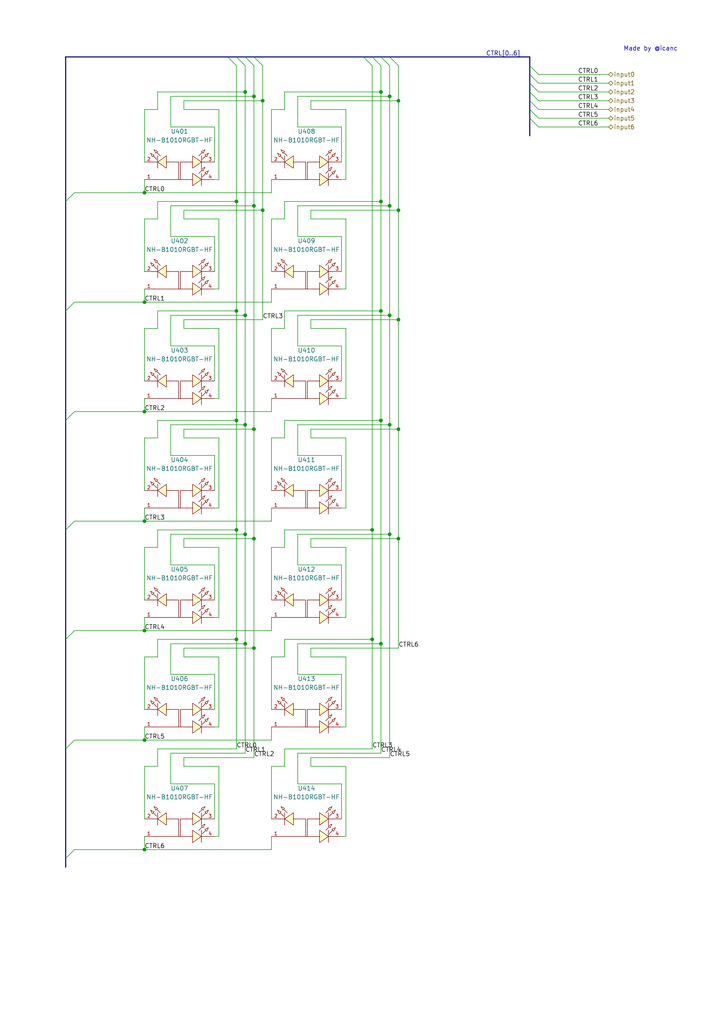
<source format=kicad_sch>
(kicad_sch (version 20231120) (generator "eeschema") (generator_version "8.0")
  (paper "A4" portrait)
  (lib_symbols
    (symbol "NH-B1010RGBT-HF:NH-B1010RGBT-HF" (pin_names hide)
      (property "Reference" "U" (at 0 1.27 0))
      (property "Value" "NH-B1010RGBT-HF" (at 0 -2.54 0))
      (symbol "NH-B1010RGBT-HF_0_1"
        (polyline (pts (xy -6.604 3.302) (xy -7.62 4.318)))
        (polyline (pts (xy -6.35 2.54) (xy -7.62 2.54)))
        (polyline (pts (xy -6.35 4.318) (xy -6.35 0.762)))
        (polyline (pts (xy -5.588 4.318) (xy -6.604 5.334)))
        (polyline (pts (xy 2.54 -2.54) (xy -7.62 -2.54)))
        (polyline (pts (xy 2.54 -2.54) (xy 3.81 -2.54)))
        (polyline (pts (xy 2.54 2.54) (xy 3.81 2.54)))
        (polyline (pts (xy 5.588 -0.762) (xy 6.604 0.254)))
        (polyline (pts (xy 5.588 4.318) (xy 6.604 5.334)))
        (polyline (pts (xy 6.35 -2.54) (xy 7.62 -2.54)))
        (polyline (pts (xy 6.35 -0.762) (xy 6.35 -4.318)))
        (polyline (pts (xy 6.35 2.54) (xy 7.62 2.54)))
        (polyline (pts (xy 6.35 4.318) (xy 6.35 0.762)))
        (polyline (pts (xy 6.604 -1.778) (xy 7.62 -0.762)))
        (polyline (pts (xy 6.604 3.302) (xy 7.62 4.318)))
        (polyline (pts (xy -0.254 -2.54) (xy -0.254 2.54) (xy -3.81 2.54)))
        (polyline (pts (xy 0.254 -2.54) (xy 0.254 2.54) (xy 2.54 2.54)))
        (polyline (pts (xy -8.382 5.08) (xy -7.366 4.572) (xy -7.874 4.064) (xy -8.382 5.08)) (fill (type background)))
        (polyline (pts (xy -7.366 6.096) (xy -6.35 5.588) (xy -6.858 5.08) (xy -7.366 6.096)) (fill (type background)))
        (polyline (pts (xy -3.81 4.318) (xy -6.35 2.54) (xy -3.81 0.762) (xy -3.81 4.318)) (fill (type background)))
        (polyline (pts (xy 3.81 -0.762) (xy 6.35 -2.54) (xy 3.81 -4.318) (xy 3.81 -0.762)) (fill (type background)))
        (polyline (pts (xy 3.81 4.318) (xy 6.35 2.54) (xy 3.81 0.762) (xy 3.81 4.318)) (fill (type background)))
        (polyline (pts (xy 7.366 1.016) (xy 6.35 0.508) (xy 6.858 0) (xy 7.366 1.016)) (fill (type background)))
        (polyline (pts (xy 7.366 6.096) (xy 6.35 5.588) (xy 6.858 5.08) (xy 7.366 6.096)) (fill (type background)))
        (polyline (pts (xy 8.382 0) (xy 7.366 -0.508) (xy 7.874 -1.016) (xy 8.382 0)) (fill (type background)))
        (polyline (pts (xy 8.382 5.08) (xy 7.366 4.572) (xy 7.874 4.064) (xy 8.382 5.08)) (fill (type background)))
        (pin unspecified line (at -10.16 -2.54 0) (length 2.54) (name "+") (number "1"))
        (pin unspecified line (at -10.16 2.54 0) (length 2.54) (name "-") (number "2"))
        (pin unspecified line (at 10.16 2.54 180) (length 2.54) (name "-") (number "3"))
        (pin unspecified line (at 10.16 -2.54 180) (length 2.54) (name "-") (number "4"))
      )
    )
  )
  (junction (at 113.03 59.69))
  (junction (at 113.03 27.94))
  (junction (at 110.49 26.67))
  (junction (at 73.66 59.69))
  (junction (at 71.12 26.67))
  (junction (at 76.2 60.96))
  (junction (at 110.49 58.42))
  (junction (at 41.91 151.13))
  (junction (at 71.12 91.44))
  (junction (at 115.57 92.71))
  (junction (at 115.57 29.21))
  (junction (at 110.49 186.69))
  (junction (at 41.91 182.88))
  (junction (at 68.58 153.67))
  (junction (at 41.91 87.63))
  (junction (at 115.57 124.46))
  (junction (at 113.03 123.19))
  (junction (at 71.12 123.19))
  (junction (at 76.2 29.21))
  (junction (at 73.66 124.46))
  (junction (at 115.57 60.96))
  (junction (at 68.58 121.92))
  (junction (at 68.58 90.17))
  (junction (at 110.49 121.92))
  (junction (at 41.91 214.63))
  (junction (at 41.91 55.88))
  (junction (at 115.57 156.21))
  (junction (at 41.91 119.38))
  (junction (at 107.95 185.42))
  (junction (at 113.03 154.94))
  (junction (at 71.12 186.69))
  (junction (at 68.58 185.42))
  (junction (at 113.03 91.44))
  (junction (at 110.49 90.17))
  (junction (at 107.95 153.67))
  (junction (at 73.66 187.96))
  (junction (at 41.91 246.38))
  (junction (at 73.66 27.94))
  (junction (at 71.12 154.94))
  (junction (at 73.66 156.21))
  (junction (at 68.58 58.42))
  (bus_entry (at 153.67 24.13) (size 2.54 2.54))
  (bus_entry (at 19.05 58.42) (size 2.54 -2.54))
  (bus_entry (at 19.05 153.67) (size 2.54 -2.54))
  (bus_entry (at 153.67 21.59) (size 2.54 2.54))
  (bus_entry (at 19.05 185.42) (size 2.54 -2.54))
  (bus_entry (at 153.67 34.29) (size 2.54 2.54))
  (bus_entry (at 68.58 16.51) (size 2.54 2.54))
  (bus_entry (at 153.67 26.67) (size 2.54 2.54))
  (bus_entry (at 19.05 217.17) (size 2.54 -2.54))
  (bus_entry (at 105.41 16.51) (size 2.54 2.54))
  (bus_entry (at 73.66 16.51) (size 2.54 2.54))
  (bus_entry (at 110.49 16.51) (size 2.54 2.54))
  (bus_entry (at 113.03 16.51) (size 2.54 2.54))
  (bus_entry (at 19.05 121.92) (size 2.54 -2.54))
  (bus_entry (at 71.12 16.51) (size 2.54 2.54))
  (bus_entry (at 153.67 31.75) (size 2.54 2.54))
  (bus_entry (at 19.05 248.92) (size 2.54 -2.54))
  (bus_entry (at 66.04 16.51) (size 2.54 2.54))
  (bus_entry (at 19.05 90.17) (size 2.54 -2.54))
  (bus_entry (at 107.95 16.51) (size 2.54 2.54))
  (bus_entry (at 153.67 19.05) (size 2.54 2.54))
  (bus_entry (at 153.67 29.21) (size 2.54 2.54))
  (wire (pts (xy 90.17 156.21) (xy 90.17 158.75)))
  (wire (pts (xy 82.55 90.17) (xy 82.55 95.25)))
  (wire (pts (xy 90.17 187.96) (xy 115.57 187.96)))
  (wire (pts (xy 63.5 31.75) (xy 53.34 31.75)))
  (wire (pts (xy 86.36 186.69) (xy 110.49 186.69)))
  (wire (pts (xy 21.59 55.88) (xy 41.91 55.88)))
  (bus (pts (xy 66.04 16.51) (xy 19.05 16.51)))
  (wire (pts (xy 90.17 124.46) (xy 90.17 127)))
  (wire (pts (xy 82.55 217.17) (xy 107.95 217.17)))
  (wire (pts (xy 21.59 87.63) (xy 41.91 87.63)))
  (wire (pts (xy 41.91 95.25) (xy 45.72 95.25)))
  (wire (pts (xy 49.53 154.94) (xy 49.53 163.83)))
  (wire (pts (xy 41.91 119.38) (xy 78.74 119.38)))
  (wire (pts (xy 71.12 154.94) (xy 71.12 186.69)))
  (bus (pts (xy 110.49 16.51) (xy 113.03 16.51)))
  (bus (pts (xy 153.67 31.75) (xy 153.67 34.29)))
  (wire (pts (xy 156.21 31.75) (xy 176.53 31.75)))
  (wire (pts (xy 71.12 19.05) (xy 71.12 26.67)))
  (wire (pts (xy 45.72 185.42) (xy 45.72 190.5)))
  (wire (pts (xy 41.91 179.07) (xy 41.91 182.88)))
  (wire (pts (xy 62.23 163.83) (xy 49.53 163.83)))
  (wire (pts (xy 100.33 210.82) (xy 100.33 190.5)))
  (wire (pts (xy 78.74 52.07) (xy 78.74 55.88)))
  (wire (pts (xy 82.55 58.42) (xy 82.55 63.5)))
  (wire (pts (xy 63.5 158.75) (xy 53.34 158.75)))
  (wire (pts (xy 99.06 195.58) (xy 86.36 195.58)))
  (wire (pts (xy 156.21 24.13) (xy 176.53 24.13)))
  (wire (pts (xy 156.21 29.21) (xy 176.53 29.21)))
  (wire (pts (xy 41.91 190.5) (xy 45.72 190.5)))
  (wire (pts (xy 41.91 210.82) (xy 41.91 214.63)))
  (wire (pts (xy 53.34 187.96) (xy 53.34 190.5)))
  (wire (pts (xy 49.53 59.69) (xy 73.66 59.69)))
  (bus (pts (xy 19.05 217.17) (xy 19.05 248.92)))
  (wire (pts (xy 41.91 83.82) (xy 41.91 87.63)))
  (bus (pts (xy 19.05 121.92) (xy 19.05 153.67)))
  (wire (pts (xy 62.23 205.74) (xy 62.23 195.58)))
  (wire (pts (xy 49.53 27.94) (xy 49.53 36.83)))
  (wire (pts (xy 45.72 121.92) (xy 68.58 121.92)))
  (wire (pts (xy 99.06 163.83) (xy 86.36 163.83)))
  (wire (pts (xy 82.55 90.17) (xy 110.49 90.17)))
  (bus (pts (xy 113.03 16.51) (xy 153.67 16.51)))
  (wire (pts (xy 78.74 190.5) (xy 82.55 190.5)))
  (wire (pts (xy 68.58 19.05) (xy 68.58 58.42)))
  (wire (pts (xy 90.17 92.71) (xy 115.57 92.71)))
  (wire (pts (xy 86.36 59.69) (xy 86.36 68.58)))
  (wire (pts (xy 110.49 121.92) (xy 110.49 186.69)))
  (wire (pts (xy 49.53 59.69) (xy 49.53 68.58)))
  (wire (pts (xy 82.55 121.92) (xy 110.49 121.92)))
  (wire (pts (xy 53.34 60.96) (xy 76.2 60.96)))
  (wire (pts (xy 45.72 58.42) (xy 68.58 58.42)))
  (wire (pts (xy 68.58 153.67) (xy 68.58 185.42)))
  (wire (pts (xy 41.91 222.25) (xy 45.72 222.25)))
  (wire (pts (xy 21.59 246.38) (xy 41.91 246.38)))
  (wire (pts (xy 113.03 91.44) (xy 113.03 123.19)))
  (wire (pts (xy 86.36 123.19) (xy 86.36 132.08)))
  (bus (pts (xy 19.05 16.51) (xy 19.05 58.42)))
  (wire (pts (xy 100.33 242.57) (xy 100.33 222.25)))
  (wire (pts (xy 100.33 147.32) (xy 100.33 127)))
  (wire (pts (xy 49.53 218.44) (xy 71.12 218.44)))
  (wire (pts (xy 71.12 186.69) (xy 71.12 218.44)))
  (wire (pts (xy 110.49 58.42) (xy 110.49 90.17)))
  (wire (pts (xy 62.23 68.58) (xy 49.53 68.58)))
  (bus (pts (xy 153.67 26.67) (xy 153.67 29.21)))
  (wire (pts (xy 86.36 59.69) (xy 113.03 59.69)))
  (wire (pts (xy 62.23 227.33) (xy 49.53 227.33)))
  (wire (pts (xy 63.5 242.57) (xy 63.5 222.25)))
  (wire (pts (xy 41.91 237.49) (xy 41.91 222.25)))
  (bus (pts (xy 19.05 248.92) (xy 19.05 251.46)))
  (wire (pts (xy 99.06 68.58) (xy 86.36 68.58)))
  (bus (pts (xy 153.67 29.21) (xy 153.67 31.75)))
  (wire (pts (xy 68.58 121.92) (xy 68.58 153.67)))
  (wire (pts (xy 82.55 26.67) (xy 110.49 26.67)))
  (bus (pts (xy 153.67 16.51) (xy 153.67 19.05)))
  (wire (pts (xy 45.72 185.42) (xy 68.58 185.42)))
  (wire (pts (xy 99.06 147.32) (xy 100.33 147.32)))
  (wire (pts (xy 86.36 218.44) (xy 110.49 218.44)))
  (wire (pts (xy 68.58 90.17) (xy 68.58 121.92)))
  (wire (pts (xy 99.06 78.74) (xy 99.06 68.58)))
  (wire (pts (xy 63.5 179.07) (xy 63.5 158.75)))
  (wire (pts (xy 62.23 132.08) (xy 49.53 132.08)))
  (wire (pts (xy 100.33 179.07) (xy 100.33 158.75)))
  (wire (pts (xy 62.23 142.24) (xy 62.23 132.08)))
  (wire (pts (xy 156.21 26.67) (xy 176.53 26.67)))
  (bus (pts (xy 19.05 58.42) (xy 19.05 90.17)))
  (wire (pts (xy 21.59 182.88) (xy 41.91 182.88)))
  (wire (pts (xy 62.23 110.49) (xy 62.23 100.33)))
  (wire (pts (xy 113.03 154.94) (xy 113.03 219.71)))
  (wire (pts (xy 100.33 63.5) (xy 90.17 63.5)))
  (wire (pts (xy 100.33 31.75) (xy 90.17 31.75)))
  (wire (pts (xy 41.91 115.57) (xy 41.91 119.38)))
  (wire (pts (xy 113.03 59.69) (xy 113.03 91.44)))
  (bus (pts (xy 71.12 16.51) (xy 68.58 16.51)))
  (wire (pts (xy 49.53 186.69) (xy 71.12 186.69)))
  (bus (pts (xy 153.67 21.59) (xy 153.67 24.13)))
  (bus (pts (xy 19.05 90.17) (xy 19.05 121.92)))
  (bus (pts (xy 107.95 16.51) (xy 110.49 16.51)))
  (wire (pts (xy 113.03 19.05) (xy 113.03 27.94)))
  (wire (pts (xy 100.33 190.5) (xy 90.17 190.5)))
  (wire (pts (xy 86.36 218.44) (xy 86.36 227.33)))
  (wire (pts (xy 78.74 173.99) (xy 78.74 158.75)))
  (wire (pts (xy 53.34 92.71) (xy 76.2 92.71)))
  (wire (pts (xy 41.91 151.13) (xy 78.74 151.13)))
  (wire (pts (xy 115.57 29.21) (xy 115.57 60.96)))
  (wire (pts (xy 62.23 173.99) (xy 62.23 163.83)))
  (wire (pts (xy 76.2 19.05) (xy 76.2 29.21)))
  (wire (pts (xy 49.53 27.94) (xy 73.66 27.94)))
  (wire (pts (xy 115.57 124.46) (xy 115.57 156.21)))
  (wire (pts (xy 63.5 83.82) (xy 63.5 63.5)))
  (wire (pts (xy 63.5 222.25) (xy 53.34 222.25)))
  (wire (pts (xy 71.12 91.44) (xy 71.12 123.19)))
  (bus (pts (xy 153.67 34.29) (xy 153.67 39.37)))
  (wire (pts (xy 86.36 27.94) (xy 86.36 36.83)))
  (wire (pts (xy 41.91 173.99) (xy 41.91 158.75)))
  (wire (pts (xy 63.5 190.5) (xy 53.34 190.5)))
  (wire (pts (xy 62.23 179.07) (xy 63.5 179.07)))
  (bus (pts (xy 19.05 185.42) (xy 19.05 217.17)))
  (wire (pts (xy 49.53 123.19) (xy 49.53 132.08)))
  (wire (pts (xy 41.91 31.75) (xy 45.72 31.75)))
  (wire (pts (xy 53.34 219.71) (xy 53.34 222.25)))
  (wire (pts (xy 78.74 142.24) (xy 78.74 127)))
  (wire (pts (xy 78.74 210.82) (xy 78.74 214.63)))
  (wire (pts (xy 63.5 115.57) (xy 63.5 95.25)))
  (wire (pts (xy 41.91 55.88) (xy 78.74 55.88)))
  (wire (pts (xy 63.5 127) (xy 53.34 127)))
  (wire (pts (xy 63.5 63.5) (xy 53.34 63.5)))
  (wire (pts (xy 115.57 156.21) (xy 115.57 187.96)))
  (wire (pts (xy 71.12 123.19) (xy 71.12 154.94)))
  (wire (pts (xy 71.12 26.67) (xy 71.12 91.44)))
  (wire (pts (xy 53.34 29.21) (xy 53.34 31.75)))
  (wire (pts (xy 78.74 46.99) (xy 78.74 31.75)))
  (wire (pts (xy 82.55 217.17) (xy 82.55 222.25)))
  (wire (pts (xy 113.03 123.19) (xy 113.03 154.94)))
  (wire (pts (xy 100.33 52.07) (xy 100.33 31.75)))
  (wire (pts (xy 53.34 124.46) (xy 73.66 124.46)))
  (wire (pts (xy 45.72 26.67) (xy 71.12 26.67)))
  (wire (pts (xy 63.5 52.07) (xy 63.5 31.75)))
  (wire (pts (xy 41.91 87.63) (xy 78.74 87.63)))
  (wire (pts (xy 86.36 154.94) (xy 113.03 154.94)))
  (wire (pts (xy 99.06 173.99) (xy 99.06 163.83)))
  (wire (pts (xy 100.33 115.57) (xy 100.33 95.25)))
  (wire (pts (xy 53.34 124.46) (xy 53.34 127)))
  (wire (pts (xy 78.74 158.75) (xy 82.55 158.75)))
  (wire (pts (xy 99.06 52.07) (xy 100.33 52.07)))
  (wire (pts (xy 62.23 46.99) (xy 62.23 36.83)))
  (wire (pts (xy 41.91 110.49) (xy 41.91 95.25)))
  (wire (pts (xy 82.55 185.42) (xy 82.55 190.5)))
  (wire (pts (xy 110.49 26.67) (xy 110.49 58.42)))
  (wire (pts (xy 82.55 26.67) (xy 82.55 31.75)))
  (wire (pts (xy 73.66 187.96) (xy 73.66 219.71)))
  (wire (pts (xy 107.95 19.05) (xy 107.95 153.67)))
  (wire (pts (xy 62.23 100.33) (xy 49.53 100.33)))
  (wire (pts (xy 86.36 27.94) (xy 113.03 27.94)))
  (wire (pts (xy 68.58 185.42) (xy 68.58 217.17)))
  (wire (pts (xy 107.95 185.42) (xy 107.95 217.17)))
  (wire (pts (xy 41.91 142.24) (xy 41.91 127)))
  (wire (pts (xy 73.66 156.21) (xy 73.66 187.96)))
  (wire (pts (xy 78.74 78.74) (xy 78.74 63.5)))
  (wire (pts (xy 49.53 186.69) (xy 49.53 195.58)))
  (wire (pts (xy 78.74 83.82) (xy 78.74 87.63)))
  (wire (pts (xy 115.57 60.96) (xy 115.57 92.71)))
  (wire (pts (xy 110.49 186.69) (xy 110.49 218.44)))
  (wire (pts (xy 82.55 121.92) (xy 82.55 127)))
  (wire (pts (xy 53.34 92.71) (xy 53.34 95.25)))
  (wire (pts (xy 86.36 154.94) (xy 86.36 163.83)))
  (wire (pts (xy 100.33 127) (xy 90.17 127)))
  (wire (pts (xy 99.06 46.99) (xy 99.06 36.83)))
  (wire (pts (xy 21.59 214.63) (xy 41.91 214.63)))
  (wire (pts (xy 100.33 95.25) (xy 90.17 95.25)))
  (wire (pts (xy 78.74 205.74) (xy 78.74 190.5)))
  (wire (pts (xy 73.66 19.05) (xy 73.66 27.94)))
  (wire (pts (xy 78.74 31.75) (xy 82.55 31.75)))
  (wire (pts (xy 49.53 154.94) (xy 71.12 154.94)))
  (wire (pts (xy 78.74 115.57) (xy 78.74 119.38)))
  (wire (pts (xy 63.5 210.82) (xy 63.5 190.5)))
  (wire (pts (xy 90.17 29.21) (xy 115.57 29.21)))
  (wire (pts (xy 90.17 60.96) (xy 115.57 60.96)))
  (wire (pts (xy 86.36 186.69) (xy 86.36 195.58)))
  (wire (pts (xy 86.36 91.44) (xy 113.03 91.44)))
  (wire (pts (xy 21.59 119.38) (xy 41.91 119.38)))
  (wire (pts (xy 99.06 115.57) (xy 100.33 115.57)))
  (wire (pts (xy 68.58 58.42) (xy 68.58 90.17)))
  (wire (pts (xy 100.33 158.75) (xy 90.17 158.75)))
  (wire (pts (xy 78.74 127) (xy 82.55 127)))
  (wire (pts (xy 45.72 217.17) (xy 45.72 222.25)))
  (wire (pts (xy 99.06 237.49) (xy 99.06 227.33)))
  (wire (pts (xy 41.91 78.74) (xy 41.91 63.5)))
  (wire (pts (xy 78.74 242.57) (xy 78.74 246.38)))
  (bus (pts (xy 153.67 24.13) (xy 153.67 26.67)))
  (wire (pts (xy 73.66 27.94) (xy 73.66 59.69)))
  (wire (pts (xy 49.53 123.19) (xy 71.12 123.19)))
  (wire (pts (xy 99.06 110.49) (xy 99.06 100.33)))
  (wire (pts (xy 63.5 95.25) (xy 53.34 95.25)))
  (wire (pts (xy 62.23 83.82) (xy 63.5 83.82)))
  (wire (pts (xy 53.34 187.96) (xy 73.66 187.96)))
  (wire (pts (xy 62.23 237.49) (xy 62.23 227.33)))
  (wire (pts (xy 41.91 214.63) (xy 78.74 214.63)))
  (wire (pts (xy 113.03 27.94) (xy 113.03 59.69)))
  (wire (pts (xy 100.33 222.25) (xy 90.17 222.25)))
  (bus (pts (xy 73.66 16.51) (xy 71.12 16.51)))
  (wire (pts (xy 45.72 90.17) (xy 45.72 95.25)))
  (wire (pts (xy 45.72 153.67) (xy 68.58 153.67)))
  (wire (pts (xy 82.55 153.67) (xy 107.95 153.67)))
  (wire (pts (xy 99.06 132.08) (xy 86.36 132.08)))
  (wire (pts (xy 115.57 92.71) (xy 115.57 124.46)))
  (wire (pts (xy 78.74 63.5) (xy 82.55 63.5)))
  (wire (pts (xy 156.21 34.29) (xy 176.53 34.29)))
  (wire (pts (xy 156.21 21.59) (xy 176.53 21.59)))
  (wire (pts (xy 82.55 58.42) (xy 110.49 58.42)))
  (wire (pts (xy 62.23 115.57) (xy 63.5 115.57)))
  (wire (pts (xy 53.34 156.21) (xy 73.66 156.21)))
  (wire (pts (xy 100.33 83.82) (xy 100.33 63.5)))
  (wire (pts (xy 41.91 158.75) (xy 45.72 158.75)))
  (bus (pts (xy 68.58 16.51) (xy 66.04 16.51)))
  (wire (pts (xy 45.72 58.42) (xy 45.72 63.5)))
  (wire (pts (xy 62.23 242.57) (xy 63.5 242.57)))
  (wire (pts (xy 41.91 246.38) (xy 78.74 246.38)))
  (bus (pts (xy 105.41 16.51) (xy 107.95 16.51)))
  (wire (pts (xy 62.23 147.32) (xy 63.5 147.32)))
  (wire (pts (xy 82.55 153.67) (xy 82.55 158.75)))
  (wire (pts (xy 78.74 95.25) (xy 82.55 95.25)))
  (wire (pts (xy 107.95 153.67) (xy 107.95 185.42)))
  (wire (pts (xy 62.23 210.82) (xy 63.5 210.82)))
  (wire (pts (xy 86.36 91.44) (xy 86.36 100.33)))
  (wire (pts (xy 45.72 153.67) (xy 45.72 158.75)))
  (wire (pts (xy 41.91 242.57) (xy 41.91 246.38)))
  (wire (pts (xy 99.06 227.33) (xy 86.36 227.33)))
  (wire (pts (xy 45.72 26.67) (xy 45.72 31.75)))
  (wire (pts (xy 110.49 19.05) (xy 110.49 26.67)))
  (wire (pts (xy 41.91 46.99) (xy 41.91 31.75)))
  (wire (pts (xy 45.72 217.17) (xy 68.58 217.17)))
  (wire (pts (xy 45.72 90.17) (xy 68.58 90.17)))
  (wire (pts (xy 86.36 123.19) (xy 113.03 123.19)))
  (wire (pts (xy 41.91 52.07) (xy 41.91 55.88)))
  (wire (pts (xy 90.17 92.71) (xy 90.17 95.25)))
  (wire (pts (xy 99.06 36.83) (xy 86.36 36.83)))
  (bus (pts (xy 153.67 19.05) (xy 153.67 21.59)))
  (wire (pts (xy 53.34 156.21) (xy 53.34 158.75)))
  (wire (pts (xy 90.17 187.96) (xy 90.17 190.5)))
  (wire (pts (xy 53.34 219.71) (xy 73.66 219.71)))
  (wire (pts (xy 41.91 182.88) (xy 78.74 182.88)))
  (wire (pts (xy 53.34 60.96) (xy 53.34 63.5)))
  (wire (pts (xy 41.91 127) (xy 45.72 127)))
  (wire (pts (xy 78.74 110.49) (xy 78.74 95.25)))
  (wire (pts (xy 62.23 36.83) (xy 49.53 36.83)))
  (wire (pts (xy 110.49 90.17) (xy 110.49 121.92)))
  (wire (pts (xy 115.57 19.05) (xy 115.57 29.21)))
  (bus (pts (xy 19.05 153.67) (xy 19.05 185.42)))
  (wire (pts (xy 78.74 179.07) (xy 78.74 182.88)))
  (wire (pts (xy 62.23 52.07) (xy 63.5 52.07)))
  (wire (pts (xy 73.66 59.69) (xy 73.66 124.46)))
  (wire (pts (xy 90.17 156.21) (xy 115.57 156.21)))
  (wire (pts (xy 90.17 219.71) (xy 90.17 222.25)))
  (wire (pts (xy 76.2 60.96) (xy 76.2 92.71)))
  (wire (pts (xy 90.17 219.71) (xy 113.03 219.71)))
  (wire (pts (xy 41.91 147.32) (xy 41.91 151.13)))
  (wire (pts (xy 53.34 29.21) (xy 76.2 29.21)))
  (wire (pts (xy 73.66 124.46) (xy 73.66 156.21)))
  (wire (pts (xy 76.2 29.21) (xy 76.2 60.96)))
  (wire (pts (xy 99.06 179.07) (xy 100.33 179.07)))
  (wire (pts (xy 41.91 63.5) (xy 45.72 63.5)))
  (wire (pts (xy 49.53 91.44) (xy 71.12 91.44)))
  (wire (pts (xy 78.74 222.25) (xy 82.55 222.25)))
  (wire (pts (xy 90.17 29.21) (xy 90.17 31.75)))
  (wire (pts (xy 78.74 147.32) (xy 78.74 151.13)))
  (bus (pts (xy 105.41 16.51) (xy 73.66 16.51)))
  (wire (pts (xy 62.23 195.58) (xy 49.53 195.58)))
  (wire (pts (xy 156.21 36.83) (xy 176.53 36.83)))
  (wire (pts (xy 21.59 151.13) (xy 41.91 151.13)))
  (wire (pts (xy 99.06 205.74) (xy 99.06 195.58)))
  (wire (pts (xy 99.06 242.57) (xy 100.33 242.57)))
  (wire (pts (xy 63.5 147.32) (xy 63.5 127)))
  (wire (pts (xy 99.06 100.33) (xy 86.36 100.33)))
  (wire (pts (xy 78.74 237.49) (xy 78.74 222.25)))
  (wire (pts (xy 90.17 124.46) (xy 115.57 124.46)))
  (wire (pts (xy 90.17 60.96) (xy 90.17 63.5)))
  (wire (pts (xy 62.23 78.74) (xy 62.23 68.58)))
  (wire (pts (xy 82.55 185.42) (xy 107.95 185.42)))
  (wire (pts (xy 99.06 83.82) (xy 100.33 83.82)))
  (wire (pts (xy 99.06 142.24) (xy 99.06 132.08)))
  (wire (pts (xy 49.53 218.44) (xy 49.53 227.33)))
  (wire (pts (xy 99.06 210.82) (xy 100.33 210.82)))
  (wire (pts (xy 45.72 121.92) (xy 45.72 127)))
  (wire (pts (xy 49.53 91.44) (xy 49.53 100.33)))
  (wire (pts (xy 41.91 205.74) (xy 41.91 190.5)))
  (text "Made by @icanc" (at 188.722 14.224 0) (effects (font (size 1.27 1.27))))
  (label "CTRL4" (at 41.91 182.88 0))
  (label "CTRL5" (at 41.91 214.63 0))
  (label "CTRL5" (at 167.64 34.29 0))
  (label "CTRL3" (at 76.2 92.71 0))
  (label "CTRL3" (at 107.95 217.17 0))
  (label "CTRL4" (at 110.49 218.44 0))
  (label "CTRL[0..6]" (at 140.97 16.51 0))
  (label "CTRL6" (at 115.57 187.96 0))
  (label "CTRL1" (at 167.64 24.13 0))
  (label "CTRL3" (at 167.64 29.21 0))
  (label "CTRL2" (at 73.66 219.71 0))
  (label "CTRL0" (at 167.64 21.59 0))
  (label "CTRL0" (at 68.58 217.17 0))
  (label "CTRL2" (at 167.64 26.67 0))
  (label "CTRL6" (at 167.64 36.83 0))
  (label "CTRL5" (at 113.03 219.71 0))
  (label "CTRL1" (at 41.91 87.63 0))
  (label "CTRL1" (at 71.12 218.44 0))
  (label "CTRL6" (at 41.91 246.38 0))
  (label "CTRL2" (at 41.91 119.38 0))
  (label "CTRL0" (at 41.91 55.88 0))
  (label "CTRL3" (at 41.91 151.13 0))
  (label "CTRL4" (at 167.64 31.75 0))
  (hierarchical_label "input2" (shape tri_state) (at 176.53 26.67 0))
  (hierarchical_label "input5" (shape tri_state) (at 176.53 34.29 0))
  (hierarchical_label "input4" (shape tri_state) (at 176.53 31.75 0))
  (hierarchical_label "input6" (shape tri_state) (at 176.53 36.83 0))
  (hierarchical_label "input0" (shape tri_state) (at 176.53 21.59 0))
  (hierarchical_label "input3" (shape tri_state) (at 176.53 29.21 0))
  (hierarchical_label "input1" (shape tri_state) (at 176.53 24.13 0))
  (symbol (lib_id "NH-B1010RGBT-HF:NH-B1010RGBT-HF") (at 88.9 208.28 0) (unit 1)
    (property "Reference" "U413" (at 88.9 196.85 0))
    (property "Value" "NH-B1010RGBT-HF" (at 88.9 199.39 0))
    (property "Footprint" "footprint:LED-ARRAY-SMD_4P-L1.0-W1.0-TR_NH-B1010RGBT" (effects (hide yes)))
    (property "Datasheet" "https://atta.szlcsc.com/upload/public/pdf/source/20210810/0B2E174735C36A18A5A2783CB3D0373F.pdf" (effects (hide yes)))
    (property "LCSC" "C2874113" (effects (hide yes)))
  )
  (symbol (lib_id "NH-B1010RGBT-HF:NH-B1010RGBT-HF") (at 52.07 49.53 0) (unit 1)
    (property "Reference" "U401" (at 52.07 38.1 0))
    (property "Value" "NH-B1010RGBT-HF" (at 52.07 40.64 0))
    (property "Footprint" "footprint:LED-ARRAY-SMD_4P-L1.0-W1.0-TR_NH-B1010RGBT" (effects (hide yes)))
    (property "Datasheet" "https://atta.szlcsc.com/upload/public/pdf/source/20210810/0B2E174735C36A18A5A2783CB3D0373F.pdf" (effects (hide yes)))
    (property "LCSC" "C2874113" (effects (hide yes)))
  )
  (symbol (lib_id "NH-B1010RGBT-HF:NH-B1010RGBT-HF") (at 88.9 144.78 0) (unit 1)
    (property "Reference" "U411" (at 88.9 133.35 0))
    (property "Value" "NH-B1010RGBT-HF" (at 88.9 135.89 0))
    (property "Footprint" "footprint:LED-ARRAY-SMD_4P-L1.0-W1.0-TR_NH-B1010RGBT" (effects (hide yes)))
    (property "Datasheet" "https://atta.szlcsc.com/upload/public/pdf/source/20210810/0B2E174735C36A18A5A2783CB3D0373F.pdf" (effects (hide yes)))
    (property "LCSC" "C2874113" (effects (hide yes)))
  )
  (symbol (lib_id "NH-B1010RGBT-HF:NH-B1010RGBT-HF") (at 88.9 81.28 0) (unit 1)
    (property "Reference" "U409" (at 88.9 69.85 0))
    (property "Value" "NH-B1010RGBT-HF" (at 88.9 72.39 0))
    (property "Footprint" "footprint:LED-ARRAY-SMD_4P-L1.0-W1.0-TR_NH-B1010RGBT" (effects (hide yes)))
    (property "Datasheet" "https://atta.szlcsc.com/upload/public/pdf/source/20210810/0B2E174735C36A18A5A2783CB3D0373F.pdf" (effects (hide yes)))
    (property "LCSC" "C2874113" (effects (hide yes)))
  )
  (symbol (lib_id "NH-B1010RGBT-HF:NH-B1010RGBT-HF") (at 88.9 240.03 0) (unit 1)
    (property "Reference" "U414" (at 88.9 228.6 0))
    (property "Value" "NH-B1010RGBT-HF" (at 88.9 231.14 0))
    (property "Footprint" "footprint:LED-ARRAY-SMD_4P-L1.0-W1.0-TR_NH-B1010RGBT" (effects (hide yes)))
    (property "Datasheet" "https://atta.szlcsc.com/upload/public/pdf/source/20210810/0B2E174735C36A18A5A2783CB3D0373F.pdf" (effects (hide yes)))
    (property "LCSC" "C2874113" (effects (hide yes)))
  )
  (symbol (lib_id "NH-B1010RGBT-HF:NH-B1010RGBT-HF") (at 52.07 240.03 0) (unit 1)
    (property "Reference" "U407" (at 52.07 228.6 0))
    (property "Value" "NH-B1010RGBT-HF" (at 52.07 231.14 0))
    (property "Footprint" "footprint:LED-ARRAY-SMD_4P-L1.0-W1.0-TR_NH-B1010RGBT" (effects (hide yes)))
    (property "Datasheet" "https://atta.szlcsc.com/upload/public/pdf/source/20210810/0B2E174735C36A18A5A2783CB3D0373F.pdf" (effects (hide yes)))
    (property "LCSC" "C2874113" (effects (hide yes)))
  )
  (symbol (lib_id "NH-B1010RGBT-HF:NH-B1010RGBT-HF") (at 88.9 49.53 0) (unit 1)
    (property "Reference" "U408" (at 88.9 38.1 0))
    (property "Value" "NH-B1010RGBT-HF" (at 88.9 40.64 0))
    (property "Footprint" "footprint:LED-ARRAY-SMD_4P-L1.0-W1.0-TR_NH-B1010RGBT" (effects (hide yes)))
    (property "Datasheet" "https://atta.szlcsc.com/upload/public/pdf/source/20210810/0B2E174735C36A18A5A2783CB3D0373F.pdf" (effects (hide yes)))
    (property "LCSC" "C2874113" (effects (hide yes)))
  )
  (symbol (lib_id "NH-B1010RGBT-HF:NH-B1010RGBT-HF") (at 52.07 144.78 0) (unit 1)
    (property "Reference" "U404" (at 52.07 133.35 0))
    (property "Value" "NH-B1010RGBT-HF" (at 52.07 135.89 0))
    (property "Footprint" "footprint:LED-ARRAY-SMD_4P-L1.0-W1.0-TR_NH-B1010RGBT" (effects (hide yes)))
    (property "Datasheet" "https://atta.szlcsc.com/upload/public/pdf/source/20210810/0B2E174735C36A18A5A2783CB3D0373F.pdf" (effects (hide yes)))
    (property "LCSC" "C2874113" (effects (hide yes)))
  )
  (symbol (lib_id "NH-B1010RGBT-HF:NH-B1010RGBT-HF") (at 88.9 176.53 0) (unit 1)
    (property "Reference" "U412" (at 88.9 165.1 0))
    (property "Value" "NH-B1010RGBT-HF" (at 88.9 167.64 0))
    (property "Footprint" "footprint:LED-ARRAY-SMD_4P-L1.0-W1.0-TR_NH-B1010RGBT" (effects (hide yes)))
    (property "Datasheet" "https://atta.szlcsc.com/upload/public/pdf/source/20210810/0B2E174735C36A18A5A2783CB3D0373F.pdf" (effects (hide yes)))
    (property "LCSC" "C2874113" (effects (hide yes)))
  )
  (symbol (lib_id "NH-B1010RGBT-HF:NH-B1010RGBT-HF") (at 52.07 208.28 0) (unit 1)
    (property "Reference" "U406" (at 52.07 196.85 0))
    (property "Value" "NH-B1010RGBT-HF" (at 52.07 199.39 0))
    (property "Footprint" "footprint:LED-ARRAY-SMD_4P-L1.0-W1.0-TR_NH-B1010RGBT" (effects (hide yes)))
    (property "Datasheet" "https://atta.szlcsc.com/upload/public/pdf/source/20210810/0B2E174735C36A18A5A2783CB3D0373F.pdf" (effects (hide yes)))
    (property "LCSC" "C2874113" (effects (hide yes)))
  )
  (symbol (lib_id "NH-B1010RGBT-HF:NH-B1010RGBT-HF") (at 88.9 113.03 0) (unit 1)
    (property "Reference" "U410" (at 88.9 101.6 0))
    (property "Value" "NH-B1010RGBT-HF" (at 88.9 104.14 0))
    (property "Footprint" "footprint:LED-ARRAY-SMD_4P-L1.0-W1.0-TR_NH-B1010RGBT" (effects (hide yes)))
    (property "Datasheet" "https://atta.szlcsc.com/upload/public/pdf/source/20210810/0B2E174735C36A18A5A2783CB3D0373F.pdf" (effects (hide yes)))
    (property "LCSC" "C2874113" (effects (hide yes)))
  )
  (symbol (lib_id "NH-B1010RGBT-HF:NH-B1010RGBT-HF") (at 52.07 113.03 0) (unit 1)
    (property "Reference" "U403" (at 52.07 101.6 0))
    (property "Value" "NH-B1010RGBT-HF" (at 52.07 104.14 0))
    (property "Footprint" "footprint:LED-ARRAY-SMD_4P-L1.0-W1.0-TR_NH-B1010RGBT" (effects (hide yes)))
    (property "Datasheet" "https://atta.szlcsc.com/upload/public/pdf/source/20210810/0B2E174735C36A18A5A2783CB3D0373F.pdf" (effects (hide yes)))
    (property "LCSC" "C2874113" (effects (hide yes)))
  )
  (symbol (lib_id "NH-B1010RGBT-HF:NH-B1010RGBT-HF") (at 52.07 176.53 0) (unit 1)
    (property "Reference" "U405" (at 52.07 165.1 0))
    (property "Value" "NH-B1010RGBT-HF" (at 52.07 167.64 0))
    (property "Footprint" "footprint:LED-ARRAY-SMD_4P-L1.0-W1.0-TR_NH-B1010RGBT" (effects (hide yes)))
    (property "Datasheet" "https://atta.szlcsc.com/upload/public/pdf/source/20210810/0B2E174735C36A18A5A2783CB3D0373F.pdf" (effects (hide yes)))
    (property "LCSC" "C2874113" (effects (hide yes)))
  )
  (symbol (lib_id "NH-B1010RGBT-HF:NH-B1010RGBT-HF") (at 52.07 81.28 0) (unit 1)
    (property "Reference" "U402" (at 52.07 69.85 0))
    (property "Value" "NH-B1010RGBT-HF" (at 52.07 72.39 0))
    (property "Footprint" "footprint:LED-ARRAY-SMD_4P-L1.0-W1.0-TR_NH-B1010RGBT" (effects (hide yes)))
    (property "Datasheet" "https://atta.szlcsc.com/upload/public/pdf/source/20210810/0B2E174735C36A18A5A2783CB3D0373F.pdf" (effects (hide yes)))
    (property "LCSC" "C2874113" (effects (hide yes)))
  )
)
</source>
